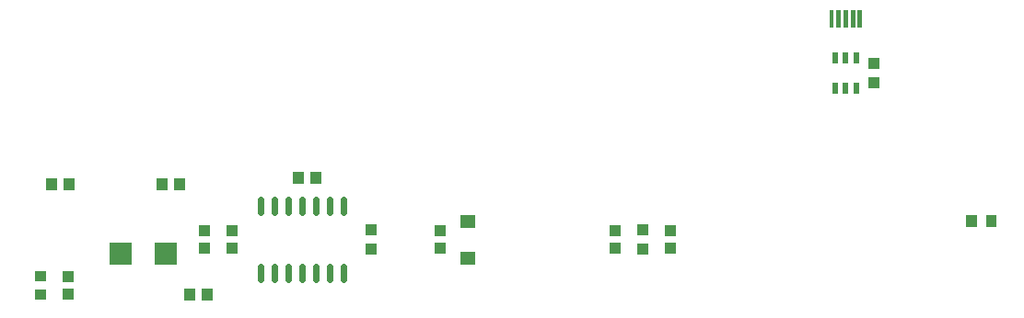
<source format=gtp>
G04 Layer: TopPasteMaskLayer*
G04 EasyEDA v6.4.19.5, 2021-06-03T13:00:10+02:00*
G04 3a470d2b41ee429cb137c5c572919131,563db0ff5b334ec4995e7372edb549dc,10*
G04 Gerber Generator version 0.2*
G04 Scale: 100 percent, Rotated: No, Reflected: No *
G04 Dimensions in millimeters *
G04 leading zeros omitted , absolute positions ,4 integer and 5 decimal *
%FSLAX45Y45*%
%MOMM*%

%ADD12C,0.6000*%
%ADD17R,1.1000X1.0000*%
%ADD18R,1.4000X1.2000*%
%ADD19R,2.0000X2.0000*%
%ADD21R,0.5500X1.0000*%

%LPD*%
D12*
X4773802Y10459979D02*
G01*
X4773802Y10339979D01*
X4900802Y10459979D02*
G01*
X4900802Y10339979D01*
X5027802Y10459979D02*
G01*
X5027802Y10339979D01*
X5154802Y10459979D02*
G01*
X5154802Y10339979D01*
X5281802Y10459979D02*
G01*
X5281802Y10339979D01*
X5408802Y10459979D02*
G01*
X5408802Y10339979D01*
X5535802Y10459979D02*
G01*
X5535802Y10339979D01*
X4773802Y11079993D02*
G01*
X4773802Y10959993D01*
X4900802Y11079993D02*
G01*
X4900802Y10959993D01*
X5027802Y11079993D02*
G01*
X5027802Y10959993D01*
X5154802Y11079993D02*
G01*
X5154802Y10959993D01*
X5281802Y11079993D02*
G01*
X5281802Y10959993D01*
X5408802Y11079993D02*
G01*
X5408802Y10959993D01*
X5535802Y11079993D02*
G01*
X5535802Y10959993D01*
G36*
X11264602Y10938901D02*
G01*
X11364602Y10938901D01*
X11364602Y10828898D01*
X11264602Y10828898D01*
G37*
G36*
X11444612Y10938901D02*
G01*
X11544612Y10938901D01*
X11544612Y10828898D01*
X11444612Y10828898D01*
G37*
G36*
X10007000Y12819552D02*
G01*
X10047000Y12819552D01*
X10047000Y12659553D01*
X10007000Y12659553D01*
G37*
G36*
X10072001Y12819552D02*
G01*
X10112001Y12819552D01*
X10112001Y12659553D01*
X10072001Y12659553D01*
G37*
G36*
X10137000Y12819552D02*
G01*
X10177000Y12819552D01*
X10177000Y12659553D01*
X10137000Y12659553D01*
G37*
G36*
X10202001Y12819552D02*
G01*
X10242001Y12819552D01*
X10242001Y12659553D01*
X10202001Y12659553D01*
G37*
G36*
X10267000Y12819552D02*
G01*
X10306999Y12819552D01*
X10306999Y12659553D01*
X10267000Y12659553D01*
G37*
D17*
G01*
X6429806Y10630001D03*
G01*
X6429806Y10789996D03*
G36*
X5237007Y11332601D02*
G01*
X5337007Y11332601D01*
X5337007Y11222598D01*
X5237007Y11222598D01*
G37*
G36*
X5077007Y11332601D02*
G01*
X5177007Y11332601D01*
X5177007Y11222598D01*
X5077007Y11222598D01*
G37*
G01*
X4262297Y10630001D03*
G01*
X4262297Y10789996D03*
G01*
X4517313Y10630001D03*
G01*
X4517313Y10789996D03*
G01*
X8032501Y10630001D03*
G01*
X8032501Y10789996D03*
G01*
X8542507Y10630001D03*
G01*
X8542507Y10789996D03*
G36*
X2962508Y11275001D02*
G01*
X3062508Y11275001D01*
X3062508Y11164999D01*
X2962508Y11164999D01*
G37*
G36*
X2802509Y11275001D02*
G01*
X2902508Y11275001D01*
X2902508Y11164999D01*
X2802509Y11164999D01*
G37*
G36*
X3982506Y11275001D02*
G01*
X4082506Y11275001D01*
X4082506Y11164999D01*
X3982506Y11164999D01*
G37*
G36*
X3822506Y11275001D02*
G01*
X3922506Y11275001D01*
X3922506Y11164999D01*
X3822506Y11164999D01*
G37*
G36*
X4237507Y10255001D02*
G01*
X4337507Y10255001D01*
X4337507Y10144998D01*
X4237507Y10144998D01*
G37*
G36*
X4077507Y10255001D02*
G01*
X4177507Y10255001D01*
X4177507Y10144998D01*
X4077507Y10144998D01*
G37*
D18*
G01*
X6684797Y10540009D03*
G01*
X6684797Y10879988D03*
D19*
G01*
X3903243Y10582503D03*
G01*
X3491763Y10582503D03*
G36*
X2704899Y10416987D02*
G01*
X2804899Y10416987D01*
X2804899Y10326994D01*
X2704899Y10326994D01*
G37*
G36*
X2704899Y10246987D02*
G01*
X2804899Y10246987D01*
X2804899Y10156995D01*
X2704899Y10156995D01*
G37*
D17*
G01*
X3009900Y10367010D03*
G01*
X3009900Y10207015D03*
G01*
X5792317Y10799902D03*
G01*
X5792317Y10619892D03*
G01*
X8287511Y10799991D03*
G01*
X8287511Y10619981D03*
G01*
X10411998Y12150813D03*
G01*
X10411998Y12330823D03*
D21*
G01*
X10252003Y12100801D03*
G01*
X10157007Y12100801D03*
G01*
X10062011Y12100801D03*
G01*
X10062011Y12380810D03*
G01*
X10157007Y12380810D03*
G01*
X10252003Y12380810D03*
M02*

</source>
